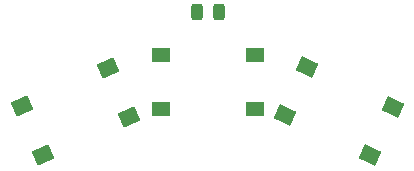
<source format=gbr>
%TF.GenerationSoftware,KiCad,Pcbnew,8.0.6*%
%TF.CreationDate,2024-10-30T16:41:28+09:00*%
%TF.ProjectId,badge24,62616467-6532-4342-9e6b-696361645f70,A*%
%TF.SameCoordinates,Original*%
%TF.FileFunction,Paste,Top*%
%TF.FilePolarity,Positive*%
%FSLAX46Y46*%
G04 Gerber Fmt 4.6, Leading zero omitted, Abs format (unit mm)*
G04 Created by KiCad (PCBNEW 8.0.6) date 2024-10-30 16:41:28*
%MOMM*%
%LPD*%
G01*
G04 APERTURE LIST*
G04 Aperture macros list*
%AMRoundRect*
0 Rectangle with rounded corners*
0 $1 Rounding radius*
0 $2 $3 $4 $5 $6 $7 $8 $9 X,Y pos of 4 corners*
0 Add a 4 corners polygon primitive as box body*
4,1,4,$2,$3,$4,$5,$6,$7,$8,$9,$2,$3,0*
0 Add four circle primitives for the rounded corners*
1,1,$1+$1,$2,$3*
1,1,$1+$1,$4,$5*
1,1,$1+$1,$6,$7*
1,1,$1+$1,$8,$9*
0 Add four rect primitives between the rounded corners*
20,1,$1+$1,$2,$3,$4,$5,0*
20,1,$1+$1,$4,$5,$6,$7,0*
20,1,$1+$1,$6,$7,$8,$9,0*
20,1,$1+$1,$8,$9,$2,$3,0*%
%AMRotRect*
0 Rectangle, with rotation*
0 The origin of the aperture is its center*
0 $1 length*
0 $2 width*
0 $3 Rotation angle, in degrees counterclockwise*
0 Add horizontal line*
21,1,$1,$2,0,0,$3*%
G04 Aperture macros list end*
%ADD10RotRect,1.550000X1.300000X335.000000*%
%ADD11RoundRect,0.243750X-0.243750X-0.456250X0.243750X-0.456250X0.243750X0.456250X-0.243750X0.456250X0*%
%ADD12R,1.550000X1.300000*%
%ADD13RotRect,1.550000X1.300000X204.000000*%
G04 APERTURE END LIST*
D10*
%TO.C,SW33*%
X158388736Y-119961507D03*
X165602947Y-123325549D03*
X156486953Y-124039891D03*
X163701164Y-127403933D03*
%TD*%
D11*
%TO.C,LD1*%
X149004540Y-115288750D03*
X150879540Y-115288750D03*
%TD*%
D12*
%TO.C,SW22*%
X153922049Y-123482370D03*
X145962050Y-123482370D03*
X153922050Y-118982370D03*
X145962051Y-118982370D03*
%TD*%
D13*
%TO.C,SW11*%
X143314017Y-124170186D03*
X136042197Y-127407809D03*
X141483703Y-120059231D03*
X134211883Y-123296854D03*
%TD*%
M02*

</source>
